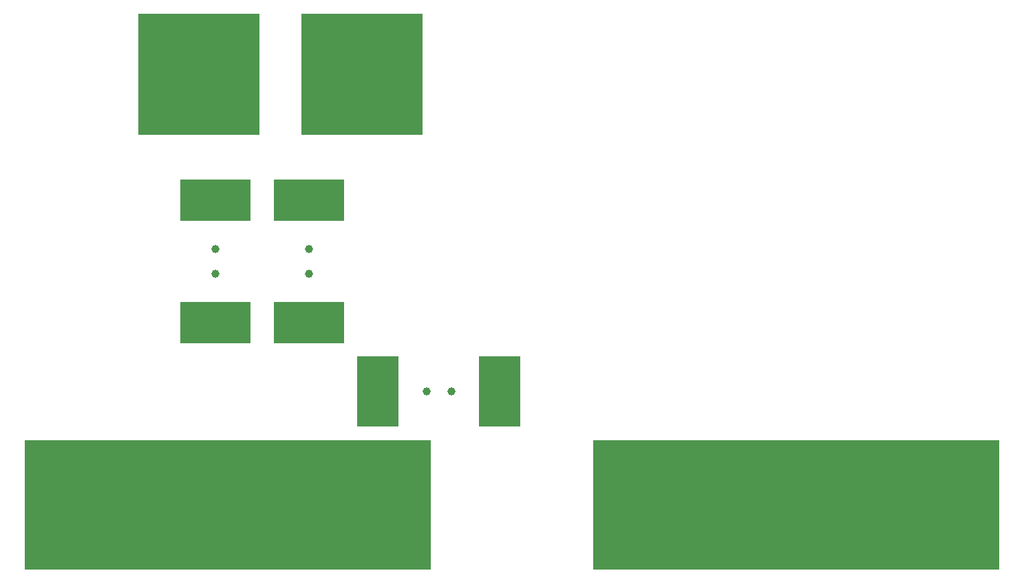
<source format=gbr>
%TF.GenerationSoftware,KiCad,Pcbnew,8.0.7-8.0.7-0~ubuntu22.04.1*%
%TF.CreationDate,2024-12-30T17:04:23+01:00*%
%TF.ProjectId,electronics,656c6563-7472-46f6-9e69-63732e6b6963,rev?*%
%TF.SameCoordinates,Original*%
%TF.FileFunction,Paste,Top*%
%TF.FilePolarity,Positive*%
%FSLAX46Y46*%
G04 Gerber Fmt 4.6, Leading zero omitted, Abs format (unit mm)*
G04 Created by KiCad (PCBNEW 8.0.7-8.0.7-0~ubuntu22.04.1) date 2024-12-30 17:04:23*
%MOMM*%
%LPD*%
G01*
G04 APERTURE LIST*
%ADD10R,5.200000X8.750000*%
%ADD11C,1.000000*%
%ADD12R,50.000000X16.000000*%
%ADD13R,8.750000X5.200000*%
%ADD14R,15.000000X15.000000*%
G04 APERTURE END LIST*
D10*
%TO.C,R6*%
X78500000Y-66500000D03*
D11*
X72500000Y-66500000D03*
X69500000Y-66500000D03*
D10*
X63500000Y-66500000D03*
%TD*%
D12*
%TO.C,J5*%
X45000000Y-80500000D03*
%TD*%
D13*
%TO.C,R5*%
X43500000Y-43000000D03*
D11*
X43500000Y-49000000D03*
X43500000Y-52000000D03*
D13*
X43500000Y-58000000D03*
%TD*%
%TO.C,R8*%
X55000000Y-43000000D03*
D11*
X55000000Y-49000000D03*
X55000000Y-52000000D03*
D13*
X55000000Y-58000000D03*
%TD*%
D12*
%TO.C,J6*%
X115000000Y-80500000D03*
%TD*%
D14*
%TO.C,Battery1*%
X41500000Y-27500000D03*
%TD*%
%TO.C,Inverter1*%
X61500000Y-27500000D03*
%TD*%
M02*

</source>
